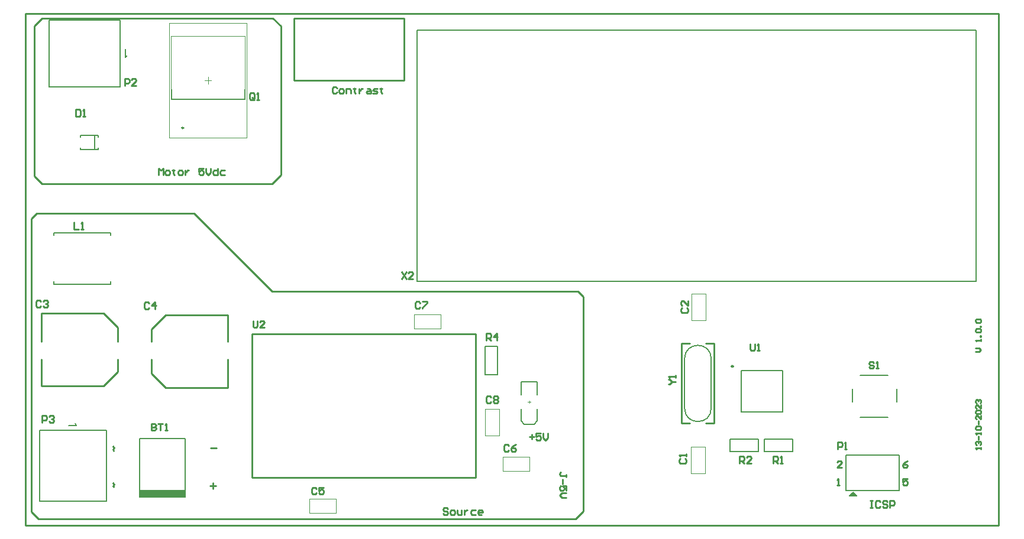
<source format=gto>
%FSTAX23Y23*%
%MOIN*%
%SFA1B1*%

%IPPOS*%
%ADD27C,0.003937*%
%ADD28C,0.010000*%
%ADD41C,0.009843*%
%ADD42C,0.008000*%
%ADD43C,0.007874*%
%ADD44C,0.006000*%
%ADD45C,0.007000*%
%ADD46R,0.254999X0.042000*%
%LNdesafio_hardware_firmware_nathania-1*%
%LPD*%
G54D27*
X0311Y0218D02*
X0326D01*
Y0226*
X0311D02*
X0326D01*
X0311Y0218D02*
Y0226D01*
X0418Y02617D02*
Y02767D01*
X041D02*
X0418D01*
X041Y02617D02*
Y02767D01*
Y02617D02*
X0418D01*
X037Y0322D02*
X0385D01*
Y033*
X037D02*
X0385D01*
X037Y0322D02*
Y033D01*
X042Y02415D02*
X0435D01*
Y02495*
X042D02*
X0435D01*
X042Y02415D02*
Y02495D01*
X0526Y02402D02*
X0534D01*
X0526D02*
Y02552D01*
X0534*
Y02402D02*
Y02552D01*
X05265Y03415D02*
X05345D01*
Y03265D02*
Y03415D01*
X05265Y03265D02*
X05345D01*
X05265D02*
Y03415D01*
X04342Y02806D02*
X04357D01*
X0435Y02798D02*
Y02813D01*
X02332Y04513D02*
X02747D01*
X02332Y04868D02*
X02747D01*
X02332Y04513D02*
Y04868D01*
X02747Y04513D02*
Y04868D01*
X02321Y04295D02*
X02758D01*
X02321Y04944D02*
X02758D01*
X02321Y04295D02*
Y04944D01*
X02758Y04295D02*
Y04944D01*
X0254Y046D02*
Y04639D01*
X0252Y0462D02*
X02559D01*
G54D28*
X02787Y0238D02*
Y0319D01*
X04049*
X02787Y0238D02*
X04049D01*
Y0319*
X0222Y02965D02*
Y03045D01*
Y02965D02*
X023Y02885D01*
X0265*
Y03045*
X0222Y03145D02*
Y03215D01*
X023Y03295*
X0265*
Y03145D02*
Y03295D01*
X0203Y03145D02*
Y03225D01*
X0195Y03305D02*
X0203Y03225D01*
X016Y03305D02*
X0195D01*
X016Y03145D02*
Y03305D01*
X0203Y02975D02*
Y03045D01*
X0195Y02895D02*
X0203Y02975D01*
X016Y02895D02*
X0195D01*
X016D02*
Y03045D01*
X05391Y02685D02*
Y03135D01*
X05208Y02685D02*
Y03135D01*
Y02685D02*
X05254D01*
X05345D02*
X05391D01*
X05208Y03135D02*
X05254D01*
X05345D02*
X05391D01*
X0156Y04925D02*
X01605Y0497D01*
X0156Y0408D02*
Y04925D01*
Y0408D02*
X01605Y04035D01*
X029*
X0295Y04085*
Y04925*
X02905Y0497D02*
X0295Y04925D01*
X01605Y0497D02*
X02905D01*
X01545Y0384D02*
X01575Y0387D01*
X01545Y02185D02*
Y0384D01*
Y02185D02*
X01585Y02145D01*
X0461*
X04655Y0219*
Y034*
X04625Y0343D02*
X04655Y034D01*
X029Y0343D02*
X04625D01*
X0246Y0387D02*
X029Y0343D01*
X01575Y0387D02*
X0246D01*
X0151Y0211D02*
Y04995D01*
Y04965D02*
Y04995D01*
X06995*
Y0211D02*
Y04995D01*
X0151Y0211D02*
X06995D01*
X03025Y0462D02*
Y0497D01*
X03645*
Y0462D02*
Y0497D01*
X03025Y0462D02*
X03645D01*
X02793Y03264D02*
Y03231D01*
X02799Y03225*
X02812*
X02819Y03231*
Y03264*
X02858Y03225D02*
X02832D01*
X02858Y03251*
Y03257*
X02852Y03264*
X02838*
X02832Y03257*
X01785Y03819D02*
Y0378D01*
X01811*
X01824D02*
X01837D01*
X0183*
Y03819*
X01824Y03812*
X04559Y02383D02*
Y02396D01*
Y0239*
X04526*
X0452Y02396*
Y02403*
X04526Y0241*
X04539Y0237D02*
Y02344D01*
X04559Y02305D02*
Y02331D01*
X04539*
X04546Y02318*
Y02311*
X04539Y02305*
X04526*
X0452Y02311*
Y02324*
X04526Y02331*
X04559Y02291D02*
X04533D01*
X0452Y02278*
X04533Y02265*
X04559*
X02208Y03362D02*
X02201Y03369D01*
X02188*
X02182Y03362*
Y03336*
X02188Y0333*
X02201*
X02208Y03336*
X02241Y0333D02*
Y03369D01*
X02221Y03349*
X02247*
X01598Y03372D02*
X01591Y03379D01*
X01578*
X01572Y03372*
Y03346*
X01578Y0334*
X01591*
X01598Y03346*
X01611Y03372D02*
X01617Y03379D01*
X01631*
X01637Y03372*
Y03366*
X01631Y03359*
X01624*
X01631*
X01637Y03353*
Y03346*
X01631Y0334*
X01617*
X01611Y03346*
X04107Y03153D02*
Y03192D01*
X04126*
X04133Y03185*
Y03172*
X04126Y03166*
X04107*
X0412D02*
X04133Y03153D01*
X04166D02*
Y03192D01*
X04146Y03172*
X04172*
X04134Y02832D02*
X04127Y02839D01*
X04114*
X04108Y02832*
Y02806*
X04114Y028*
X04127*
X04134Y02806*
X04147Y02832D02*
X04153Y02839D01*
X04167*
X04173Y02832*
Y02826*
X04167Y02819*
X04173Y02813*
Y02806*
X04167Y028*
X04153*
X04147Y02806*
Y02813*
X04153Y02819*
X04147Y02826*
Y02832*
X04153Y02819D02*
X04167D01*
X03734Y03364D02*
X03727Y03371D01*
X03714*
X03708Y03364*
Y03338*
X03714Y03332*
X03727*
X03734Y03338*
X03747Y03371D02*
X03773D01*
Y03364*
X03747Y03338*
Y03332*
X04234Y02559D02*
X04227Y02566D01*
X04214*
X04208Y02559*
Y02533*
X04214Y02527*
X04227*
X04234Y02533*
X04273Y02566D02*
X0426Y02559D01*
X04247Y02546*
Y02533*
X04253Y02527*
X04267*
X04273Y02533*
Y0254*
X04267Y02546*
X04247*
X03151Y02317D02*
X03144Y02324D01*
X03131*
X03125Y02317*
Y02291*
X03131Y02285*
X03144*
X03151Y02291*
X0319Y02324D02*
X03164D01*
Y02304*
X03177Y02311*
X03184*
X0319Y02304*
Y02291*
X03184Y02285*
X0317*
X03164Y02291*
X0435Y02609D02*
X04376D01*
X04363Y02622D02*
Y02596D01*
X04415Y02629D02*
X04389D01*
Y02609*
X04402Y02616*
X04409*
X04415Y02609*
Y02596*
X04409Y0259*
X04395*
X04389Y02596*
X04428Y02629D02*
Y02603D01*
X04441Y0259*
X04454Y02603*
Y02629*
X06087Y02539D02*
Y02578D01*
X06106*
X06113Y02571*
Y02558*
X06106Y02552*
X06087*
X06126Y02539D02*
X06139D01*
X06132*
Y02578*
X06126Y02571*
X02801Y04516D02*
Y04542D01*
X02794Y04549*
X02781*
X02775Y04542*
Y04516*
X02781Y0451*
X02794*
X02788Y04523D02*
X02801Y0451D01*
X02794D02*
X02801Y04516D01*
X02814Y0451D02*
X02827D01*
X0282*
Y04549*
X02814Y04542*
X05202Y02486D02*
X05195Y02479D01*
Y02466*
X05202Y0246*
X05228*
X05235Y02466*
Y02479*
X05228Y02486*
X05235Y02499D02*
Y02512D01*
Y02505*
X05195*
X05202Y02499*
X05212Y03336D02*
X05205Y03329D01*
Y03316*
X05212Y0331*
X05238*
X05245Y03316*
Y03329*
X05238Y03336*
X05245Y03375D02*
Y03349D01*
X05218Y03375*
X05212*
X05205Y03369*
Y03355*
X05212Y03349*
X05725Y0246D02*
Y02499D01*
X05744*
X05751Y02492*
Y02479*
X05744Y02473*
X05725*
X05738D02*
X05751Y0246D01*
X05764D02*
X05777D01*
X0577*
Y02499*
X05764Y02492*
X05535Y0246D02*
Y02499D01*
X05554*
X05561Y02492*
Y02479*
X05554Y02473*
X05535*
X05548D02*
X05561Y0246D01*
X056D02*
X05574D01*
X056Y02486*
Y02492*
X05594Y02499*
X0558*
X05574Y02492*
X03266Y04577D02*
X03259Y04584D01*
X03246*
X0324Y04577*
Y04551*
X03246Y04545*
X03259*
X03266Y04551*
X03285Y04545D02*
X03299D01*
X03305Y04551*
Y04564*
X03299Y04571*
X03285*
X03279Y04564*
Y04551*
X03285Y04545*
X03318D02*
Y04571D01*
X03338*
X03344Y04564*
Y04545*
X03364Y04577D02*
Y04571D01*
X03358*
X03371*
X03364*
Y04551*
X03371Y04545*
X0339Y04571D02*
Y04545D01*
Y04558*
X03397Y04564*
X03403Y04571*
X0341*
X03436D02*
X03449D01*
X03456Y04564*
Y04545*
X03436*
X0343Y04551*
X03436Y04558*
X03456*
X03469Y04545D02*
X03489D01*
X03495Y04551*
X03489Y04558*
X03476*
X03469Y04564*
X03476Y04571*
X03495*
X03515Y04577D02*
Y04571D01*
X03508*
X03522*
X03515*
Y04551*
X03522Y04545*
X06291Y03027D02*
X06284Y03034D01*
X06271*
X06265Y03027*
Y03021*
X06271Y03014*
X06284*
X06291Y03008*
Y03001*
X06284Y02995*
X06271*
X06265Y03001*
X06304Y02995D02*
X06317D01*
X0631*
Y03034*
X06304Y03027*
X05595Y03134D02*
Y03101D01*
X05601Y03095*
X05614*
X05621Y03101*
Y03134*
X05634Y03095D02*
X05647D01*
X0564*
Y03134*
X05634Y03127*
X0363Y03539D02*
X03656Y035D01*
Y03539D02*
X0363Y035D01*
X03695D02*
X03669D01*
X03695Y03526*
Y03532*
X03689Y03539*
X03675*
X03669Y03532*
X05135Y02905D02*
X05142D01*
X05155Y02918*
X05142Y02931*
X05135*
X05155Y02918D02*
X05175D01*
Y02944D02*
Y02957D01*
Y0295*
X05135*
X05142Y02944*
X0222Y02684D02*
Y02645D01*
X02239*
X02246Y02651*
Y02658*
X02239Y02664*
X0222*
X02239*
X02246Y02671*
Y02677*
X02239Y02684*
X0222*
X02259D02*
X02285D01*
X02272*
Y02645*
X02298D02*
X02311D01*
X02305*
Y02684*
X02298Y02677*
X01795Y04455D02*
Y04415D01*
X01814*
X01821Y04422*
Y04448*
X01814Y04455*
X01795*
X01834Y04415D02*
X01847D01*
X01841*
Y04455*
X01834Y04448*
X01605Y0269D02*
Y02729D01*
X01624*
X01631Y02722*
Y02709*
X01624Y02703*
X01605*
X01644Y02722D02*
X0165Y02729D01*
X01664*
X0167Y02722*
Y02716*
X01664Y02709*
X01657*
X01664*
X0167Y02703*
Y02696*
X01664Y0269*
X0165*
X01644Y02696*
X0207Y0459D02*
Y04629D01*
X02089*
X02096Y04622*
Y04609*
X02089Y04603*
X0207*
X02135Y0459D02*
X02109D01*
X02135Y04616*
Y04622*
X02129Y04629*
X02115*
X02109Y04622*
X02004Y0235D02*
X0201Y0234D01*
X02004Y02333*
X02008Y02325*
X02004Y02555D02*
X0201Y02545D01*
X02004Y02538*
X02008Y0253*
X02583Y02333D02*
X0255D01*
X02566Y0235D02*
Y02316D01*
X02555Y02546D02*
X02588D01*
X06085Y02335D02*
X06098D01*
X06091*
Y02374*
X06085Y02367*
X06111Y02435D02*
X06085D01*
X06111Y02461*
Y02467*
X06104Y02474*
X06091*
X06085Y02467*
X06481Y02374D02*
X06455D01*
Y02354*
X06468Y02361*
X06474*
X06481Y02354*
Y02341*
X06474Y02335*
X06461*
X06455Y02341*
X06481Y02474D02*
X06468Y02467D01*
X06455Y02454*
Y02441*
X06461Y02435*
X06474*
X06481Y02441*
Y02448*
X06474Y02454*
X06455*
X0627Y02249D02*
X06283D01*
X06276*
Y0221*
X0627*
X06283*
X06329Y02242D02*
X06322Y02249D01*
X06309*
X06302Y02242*
Y02216*
X06309Y0221*
X06322*
X06329Y02216*
X06368Y02242D02*
X06361Y02249D01*
X06348*
X06342Y02242*
Y02236*
X06348Y02229*
X06361*
X06368Y02223*
Y02216*
X06361Y0221*
X06348*
X06342Y02216*
X06381Y0221D02*
Y02249D01*
X06401*
X06407Y02242*
Y02229*
X06401Y02223*
X06381*
X03891Y02202D02*
X03884Y02209D01*
X03871*
X03865Y02202*
Y02196*
X03871Y02189*
X03884*
X03891Y02183*
Y02176*
X03884Y0217*
X03871*
X03865Y02176*
X0391Y0217D02*
X03924D01*
X0393Y02176*
Y02189*
X03924Y02196*
X0391*
X03904Y02189*
Y02176*
X0391Y0217*
X03943Y02196D02*
Y02176D01*
X0395Y0217*
X03969*
Y02196*
X03983D02*
Y0217D01*
Y02183*
X03989Y02189*
X03996Y02196*
X04002*
X04048D02*
X04028D01*
X04022Y02189*
Y02176*
X04028Y0217*
X04048*
X04081D02*
X04068D01*
X04061Y02176*
Y02189*
X04068Y02196*
X04081*
X04088Y02189*
Y02183*
X04061*
X0226Y04085D02*
Y04124D01*
X02273Y04111*
X02286Y04124*
Y04085*
X02305D02*
X02319D01*
X02325Y04091*
Y04104*
X02319Y04111*
X02305*
X02299Y04104*
Y04091*
X02305Y04085*
X02345Y04117D02*
Y04111D01*
X02338*
X02351*
X02345*
Y04091*
X02351Y04085*
X02378D02*
X02391D01*
X02397Y04091*
Y04104*
X02391Y04111*
X02378*
X02371Y04104*
Y04091*
X02378Y04085*
X0241Y04111D02*
Y04085D01*
Y04098*
X02417Y04104*
X02423Y04111*
X0243*
X02515Y04124D02*
X02489D01*
Y04104*
X02502Y04111*
X02509*
X02515Y04104*
Y04091*
X02509Y04085*
X02496*
X02489Y04091*
X02528Y04124D02*
Y04098D01*
X02542Y04085*
X02555Y04098*
Y04124*
X02594D02*
Y04085D01*
X02574*
X02568Y04091*
Y04104*
X02574Y04111*
X02594*
X02633D02*
X02614D01*
X02607Y04104*
Y04091*
X02614Y04085*
X02633*
X06895Y0254D02*
Y02549D01*
Y02545*
X06865*
X0687Y0254*
Y02564D02*
X06865Y02569D01*
Y02579*
X0687Y02584*
X06875*
X0688Y02579*
Y02574*
Y02579*
X06885Y02584*
X0689*
X06895Y02579*
Y02569*
X0689Y02564*
X0688Y02594D02*
Y02614D01*
X06895Y02624D02*
Y02634D01*
Y02629*
X06865*
X0687Y02624*
Y02649D02*
X06865Y02654D01*
Y02664*
X0687Y02669*
X0689*
X06895Y02664*
Y02654*
X0689Y02649*
X0687*
X0688Y02679D02*
Y02699D01*
X06895Y02729D02*
Y02709D01*
X06875Y02729*
X0687*
X06865Y02724*
Y02714*
X0687Y02709*
Y02739D02*
X06865Y02744D01*
Y02754*
X0687Y02759*
X0689*
X06895Y02754*
Y02744*
X0689Y02739*
X0687*
X06895Y02789D02*
Y02769D01*
X06875Y02789*
X0687*
X06865Y02784*
Y02774*
X0687Y02769*
Y02799D02*
X06865Y02804D01*
Y02814*
X0687Y02819*
X06875*
X0688Y02814*
Y02809*
Y02814*
X06885Y02819*
X0689*
X06895Y02814*
Y02804*
X0689Y02799*
X06865Y0309D02*
X06885D01*
X06895Y03099*
X06885Y03109*
X06865*
X06895Y03149D02*
Y03159D01*
Y03154*
X06865*
X0687Y03149*
X06895Y03174D02*
X0689D01*
Y03179*
X06895*
Y03174*
X0687Y03199D02*
X06865Y03204D01*
Y03214*
X0687Y03219*
X0689*
X06895Y03214*
Y03204*
X0689Y03199*
X0687*
X06895Y03229D02*
X0689D01*
Y03234*
X06895*
Y03229*
X0687Y03254D02*
X06865Y03259D01*
Y03269*
X0687Y03274*
X0689*
X06895Y03269*
Y03259*
X0689Y03254*
X0687*
X0151Y04995D02*
X06995D01*
Y0211D02*
Y04995D01*
X0151Y0211D02*
X06995D01*
X0151D02*
Y04995D01*
G54D41*
X02402Y04352D02*
D01*
D01*
G75*
G03X02392I-00004J0D01*
G74*G01*
D01*
G75*
G03X02402I00004J0D01*
G74*G01*
X05499Y03007D02*
D01*
D01*
G75*
G03X05489I-00004J0D01*
G74*G01*
D01*
G75*
G03X05499I00004J0D01*
G74*G01*
G54D42*
X05225Y0277D02*
D01*
D01*
G75*
G03X05375I00075J0D01*
G74*G01*
Y0305D02*
D01*
D01*
G75*
G03X05225I-00075J0D01*
G74*G01*
X0167Y03469D02*
X0199D01*
X0167D02*
Y03485D01*
X0199Y03469D02*
Y03485D01*
X0167Y03745D02*
Y0376D01*
X0199Y03745D02*
Y0376D01*
X0167D02*
X0199D01*
X02155Y02268D02*
Y02598D01*
X0241*
Y02268D02*
Y02598D01*
X02155Y02268D02*
X0241D01*
X06155Y02275D02*
X06175Y02295D01*
X06155Y02275D02*
X06185D01*
X06175Y02295D02*
X06195Y02275D01*
X06175Y0228D02*
Y02295D01*
X0617Y02275D02*
X06175Y0228D01*
X06164Y02281D02*
X06179D01*
X06185Y02275*
X06195*
X05375Y0277D02*
Y0305D01*
X05225Y0277D02*
Y0305D01*
X01645Y04583D02*
X02045D01*
Y04584D02*
Y04958D01*
X01645Y04584D02*
Y04958D01*
X02045*
X01967Y02245D02*
Y02645D01*
X01592D02*
X01966D01*
X01592Y02245D02*
X01966D01*
X01592D02*
Y02645D01*
X019Y0423D02*
Y0431D01*
X0182D02*
X0192D01*
X0182Y0423D02*
X0192D01*
Y043D02*
Y0431D01*
Y0423D02*
Y0424D01*
X0182Y043D02*
Y0431D01*
Y0423D02*
Y0424D01*
X02085Y04758D02*
X0208Y04756D01*
X02074Y0475*
Y04795*
X01791Y02685D02*
X01793Y0268D01*
X01799Y02674*
X01755*
G54D43*
X04395Y02699D02*
Y02766D01*
X04304Y02699D02*
X0432Y0268D01*
X04379D02*
X04395Y02699D01*
X04304D02*
Y02766D01*
X0432Y0268D02*
X04379D01*
X04304Y0292D02*
X04395D01*
Y02845D02*
Y0292D01*
X04304Y02845D02*
Y0292D01*
X06243Y02305D02*
X06435D01*
X06135D02*
X06435D01*
X06135Y02505D02*
X06435D01*
X06135Y02305D02*
Y02505D01*
X06435Y02305D02*
Y02505D01*
X02333Y04513D02*
Y04568D01*
Y04513D02*
X02746D01*
Y04568*
X05543Y02748D02*
Y02981D01*
X05776Y02748D02*
Y02981D01*
X05543D02*
X05776D01*
X05543Y02748D02*
X05776D01*
G54D44*
X0417Y0296D02*
Y0312D01*
X041Y0296D02*
Y0312D01*
X0417*
X041Y0296D02*
X0417D01*
X05675Y02595D02*
X05835D01*
X05675Y02525D02*
X05835D01*
X05675D02*
Y02595D01*
X05835Y02525D02*
Y02595D01*
X0548Y02525D02*
X0564D01*
X0548Y02595D02*
X0564D01*
Y02525D02*
Y02595D01*
X0548Y02525D02*
Y02595D01*
X0642Y02805D02*
Y0288D01*
X0617Y02805D02*
Y0288D01*
X06215Y0272D02*
X0637D01*
X06215Y02955D02*
X0637D01*
G54D45*
X03719Y04903D02*
X06869D01*
X03719Y03486D02*
Y04903D01*
X06869Y03486D02*
Y04903D01*
X03719Y03486D02*
X06869D01*
G54D46*
X02282Y02289D03*
M02*
</source>
